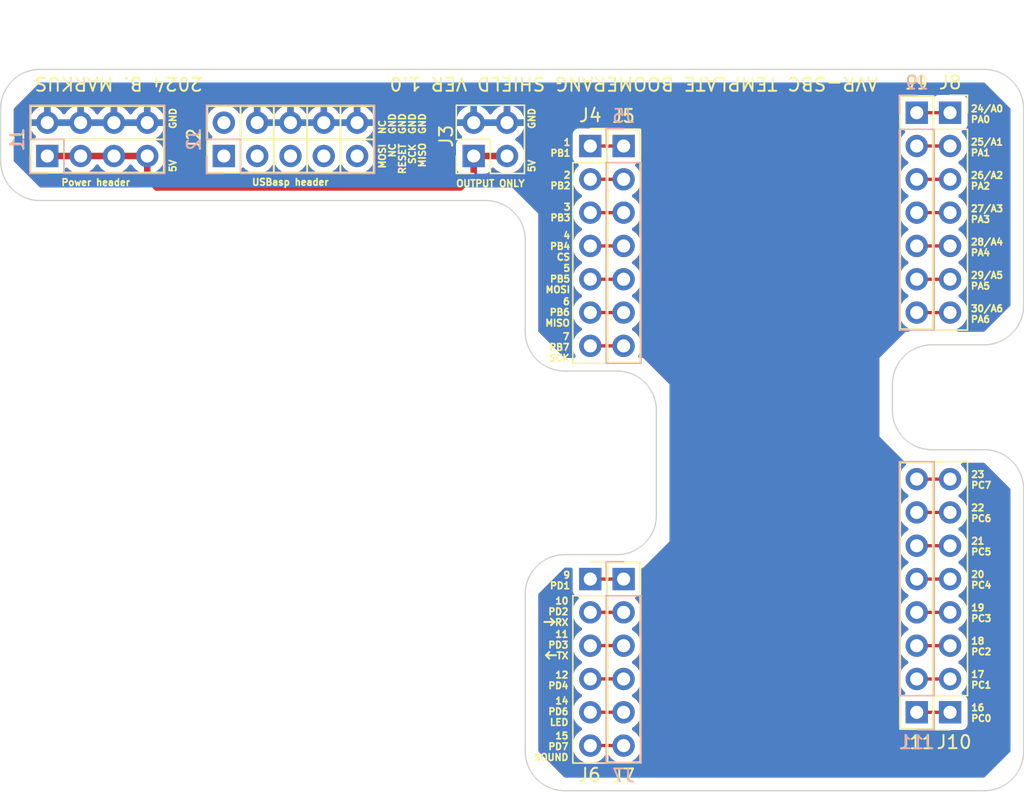
<source format=kicad_pcb>
(kicad_pcb (version 20221018) (generator pcbnew)
  (title_block (title "ATMEGA1284P Single Board Computer") (date "2024-03-07") (rev "v0.1"))
  (layers (0 "F.Cu" signal) (31 "B.Cu" signal) (34 "B.Paste" user) (35 "F.Paste" user) (36 "B.SilkS" user "B.Silkscreen") (37 "F.SilkS" user "F.Silkscreen") (38 "B.Mask" user) (39 "F.Mask" user) (44 "Edge.Cuts" user))
  (net 0 "")
  (net 2 "GND")
  (net 4 "+5V")
  (net 5 "Net-(J6-Pin_1)")
  (net 6 "Net-(J6-Pin_2)")
  (net 7 "Net-(J6-Pin_3)")
  (net 8 "Net-(J6-Pin_4)")
  (net 9 "Net-(J6-Pin_5)")
  (net 10 "Net-(J6-Pin_6)")
  (net 11 "Net-(J4-Pin_1)")
  (net 12 "Net-(J4-Pin_2)")
  (net 13 "Net-(J4-Pin_3)")
  (net 14 "Net-(J8-Pin_1)")
  (net 15 "Net-(J8-Pin_2)")
  (net 16 "Net-(J8-Pin_3)")
  (net 17 "Net-(J8-Pin_4)")
  (net 18 "Net-(J8-Pin_5)")
  (net 19 "Net-(J8-Pin_6)")
  (net 20 "Net-(J8-Pin_7)")
  (net 21 "Net-(J10-Pin_7)")
  (net 22 "Net-(J10-Pin_8)")
  (net 23 "Net-(J4-Pin_4)")
  (net 24 "Net-(J4-Pin_5)")
  (net 25 "Net-(J4-Pin_6)")
  (net 26 "Net-(J4-Pin_7)")
  (net 27 "Net-(J10-Pin_1)")
  (net 28 "Net-(J10-Pin_2)")
  (net 29 "Net-(J10-Pin_3)")
  (net 30 "Net-(J10-Pin_4)")
  (net 31 "Net-(J10-Pin_5)")
  (net 32 "Net-(J10-Pin_6)")
  (footprint "Connector_PinSocket_2.54mm:PinSocket_1x07_P2.54mm_Vertical" (layer "F.Cu") (at 88.392 3.302)
    (fp_text reference "J8" (at 0.008 -2.302) (layer "F.SilkS"))
    (fp_text value "Pin Socket A")
    (fp_line (start -1.33 1.27) (end -1.33 16.57) (stroke (width 0.12)) (layer "F.SilkS"))
    (fp_line (start -1.33 1.27) (end 1.33 1.27) (stroke (width 0.12)) (layer "F.SilkS"))
    (fp_line (start -1.33 16.57) (end 1.33 16.57) (stroke (width 0.12)) (layer "F.SilkS"))
    (fp_line (start 0 -1.33) (end 1.33 -1.33) (stroke (width 0.12)) (layer "F.SilkS"))
    (fp_line (start 1.33 -1.33) (end 1.33 0) (stroke (width 0.12)) (layer "F.SilkS"))
    (fp_line (start 1.33 1.27) (end 1.33 16.57) (stroke (width 0.12)) (layer "F.SilkS"))
    (pad "1" thru_hole rect (at 0 0) (size 1.7 1.7) (drill 1) (layers "*.Cu" "*.Mask") (net 14 "Net-(J8-Pin_1)"))
    (pad "2" thru_hole oval (at 0 2.54) (size 1.7 1.7) (drill 1) (layers "*.Cu" "*.Mask") (net 15 "Net-(J8-Pin_2)"))
    (pad "3" thru_hole oval (at 0 5.08) (size 1.7 1.7) (drill 1) (layers "*.Cu" "*.Mask") (net 16 "Net-(J8-Pin_3)"))
    (pad "4" thru_hole oval (at 0 7.62) (size 1.7 1.7) (drill 1) (layers "*.Cu" "*.Mask") (net 17 "Net-(J8-Pin_4)"))
    (pad "5" thru_hole oval (at 0 10.16) (size 1.7 1.7) (drill 1) (layers "*.Cu" "*.Mask") (net 18 "Net-(J8-Pin_5)"))
    (pad "6" thru_hole oval (at 0 12.7) (size 1.7 1.7) (drill 1) (layers "*.Cu" "*.Mask") (net 19 "Net-(J8-Pin_6)"))
    (pad "7" thru_hole oval (at 0 15.24) (size 1.7 1.7) (drill 1) (layers "*.Cu" "*.Mask") (net 20 "Net-(J8-Pin_7)"))
  )
  (footprint "Connector_PinSocket_2.54mm:PinSocket_1x07_P2.54mm_Vertical" (layer "F.Cu") (at 60.96 5.842)
    (fp_text reference "J4" (at 0 -2.3368) (layer "F.SilkS"))
    (fp_text value "Pin Socket B")
    (fp_line (start -1.33 1.27) (end -1.33 16.57) (stroke (width 0.12)) (layer "F.SilkS"))
    (fp_line (start -1.33 1.27) (end 1.33 1.27) (stroke (width 0.12)) (layer "F.SilkS"))
    (fp_line (start -1.33 16.57) (end 1.33 16.57) (stroke (width 0.12)) (layer "F.SilkS"))
    (fp_line (start 0 -1.33) (end 1.33 -1.33) (stroke (width 0.12)) (layer "F.SilkS"))
    (fp_line (start 1.33 -1.33) (end 1.33 0) (stroke (width 0.12)) (layer "F.SilkS"))
    (fp_line (start 1.33 1.27) (end 1.33 16.57) (stroke (width 0.12)) (layer "F.SilkS"))
    (pad "1" thru_hole rect (at 0 0) (size 1.7 1.7) (drill 1) (layers "*.Cu" "*.Mask") (net 11 "Net-(J4-Pin_1)"))
    (pad "2" thru_hole oval (at 0 2.54) (size 1.7 1.7) (drill 1) (layers "*.Cu" "*.Mask") (net 12 "Net-(J4-Pin_2)"))
    (pad "3" thru_hole oval (at 0 5.08) (size 1.7 1.7) (drill 1) (layers "*.Cu" "*.Mask") (net 13 "Net-(J4-Pin_3)"))
    (pad "4" thru_hole oval (at 0 7.62) (size 1.7 1.7) (drill 1) (layers "*.Cu" "*.Mask") (net 23 "Net-(J4-Pin_4)"))
    (pad "5" thru_hole oval (at 0 10.16) (size 1.7 1.7) (drill 1) (layers "*.Cu" "*.Mask") (net 24 "Net-(J4-Pin_5)"))
    (pad "6" thru_hole oval (at 0 12.7) (size 1.7 1.7) (drill 1) (layers "*.Cu" "*.Mask") (net 25 "Net-(J4-Pin_6)"))
    (pad "7" thru_hole oval (at 0 15.24) (size 1.7 1.7) (drill 1) (layers "*.Cu" "*.Mask") (net 26 "Net-(J4-Pin_7)"))
  )
  (footprint "Connector_PinSocket_2.54mm:PinSocket_1x06_P2.54mm_Vertical" (layer "F.Cu") (at 60.96 38.862)
    (fp_text reference "J6" (at -0.06 14.938) (layer "F.SilkS"))
    (fp_text value "Pin Socket D")
    (fp_line (start -1.33 1.27) (end -1.33 14.03) (stroke (width 0.12)) (layer "F.SilkS"))
    (fp_line (start -1.33 1.27) (end 1.33 1.27) (stroke (width 0.12)) (layer "F.SilkS"))
    (fp_line (start -1.33 14.03) (end 1.33 14.03) (stroke (width 0.12)) (layer "F.SilkS"))
    (fp_line (start 0 -1.33) (end 1.33 -1.33) (stroke (width 0.12)) (layer "F.SilkS"))
    (fp_line (start 1.33 -1.33) (end 1.33 0) (stroke (width 0.12)) (layer "F.SilkS"))
    (fp_line (start 1.33 1.27) (end 1.33 14.03) (stroke (width 0.12)) (layer "F.SilkS"))
    (pad "1" thru_hole rect (at 0 0) (size 1.7 1.7) (drill 1) (layers "*.Cu" "*.Mask") (net 5 "Net-(J6-Pin_1)"))
    (pad "2" thru_hole oval (at 0 2.54) (size 1.7 1.7) (drill 1) (layers "*.Cu" "*.Mask") (net 6 "Net-(J6-Pin_2)"))
    (pad "3" thru_hole oval (at 0 5.08) (size 1.7 1.7) (drill 1) (layers "*.Cu" "*.Mask") (net 7 "Net-(J6-Pin_3)"))
    (pad "4" thru_hole oval (at 0 7.62) (size 1.7 1.7) (drill 1) (layers "*.Cu" "*.Mask") (net 8 "Net-(J6-Pin_4)"))
    (pad "5" thru_hole oval (at 0 10.16) (size 1.7 1.7) (drill 1) (layers "*.Cu" "*.Mask") (net 9 "Net-(J6-Pin_5)"))
    (pad "6" thru_hole oval (at 0 12.7) (size 1.7 1.7) (drill 1) (layers "*.Cu" "*.Mask") (net 10 "Net-(J6-Pin_6)"))
  )
  (footprint "Connector_PinSocket_2.54mm:PinSocket_1x08_P2.54mm_Vertical" (layer "F.Cu") (at 88.392 49.022 180)
    (fp_text reference "J10" (at -0.308 -2.278) (layer "F.SilkS"))
    (fp_text value "Pin Socket C")
    (fp_line (start -1.33 1.27) (end -1.33 19.11) (stroke (width 0.12)) (layer "F.SilkS"))
    (fp_line (start -1.33 1.27) (end 1.33 1.27) (stroke (width 0.12)) (layer "F.SilkS"))
    (fp_line (start -1.33 19.11) (end 1.33 19.11) (stroke (width 0.12)) (layer "F.SilkS"))
    (fp_line (start 0 -1.33) (end 1.33 -1.33) (stroke (width 0.12)) (layer "F.SilkS"))
    (fp_line (start 1.33 -1.33) (end 1.33 0) (stroke (width 0.12)) (layer "F.SilkS"))
    (fp_line (start 1.33 1.27) (end 1.33 19.11) (stroke (width 0.12)) (layer "F.SilkS"))
    (pad "1" thru_hole rect (at 0 0 180) (size 1.7 1.7) (drill 1) (layers "*.Cu" "*.Mask") (net 27 "Net-(J10-Pin_1)"))
    (pad "2" thru_hole oval (at 0 2.54 180) (size 1.7 1.7) (drill 1) (layers "*.Cu" "*.Mask") (net 28 "Net-(J10-Pin_2)"))
    (pad "3" thru_hole oval (at 0 5.08 180) (size 1.7 1.7) (drill 1) (layers "*.Cu" "*.Mask") (net 29 "Net-(J10-Pin_3)"))
    (pad "4" thru_hole oval (at 0 7.62 180) (size 1.7 1.7) (drill 1) (layers "*.Cu" "*.Mask") (net 30 "Net-(J10-Pin_4)"))
    (pad "5" thru_hole oval (at 0 10.16 180) (size 1.7 1.7) (drill 1) (layers "*.Cu" "*.Mask") (net 31 "Net-(J10-Pin_5)"))
    (pad "6" thru_hole oval (at 0 12.7 180) (size 1.7 1.7) (drill 1) (layers "*.Cu" "*.Mask") (net 32 "Net-(J10-Pin_6)"))
    (pad "7" thru_hole oval (at 0 15.24 180) (size 1.7 1.7) (drill 1) (layers "*.Cu" "*.Mask") (net 21 "Net-(J10-Pin_7)"))
    (pad "8" thru_hole oval (at 0 17.78 180) (size 1.7 1.7) (drill 1) (layers "*.Cu" "*.Mask") (net 22 "Net-(J10-Pin_8)"))
  )
  (footprint "Connector_PinSocket_2.54mm:PinSocket_2x02_P2.54mm_Vertical" (layer "F.Cu") (at 52.07 6.604 180)
    (fp_text reference "J3" (at 2.1 1.509 90) (layer "F.SilkS"))
    (fp_text value "Power output")
    (fp_line (start -3.87 -1.33) (end -3.87 3.87) (stroke (width 0.12)) (layer "F.SilkS"))
    (fp_line (start -3.87 -1.33) (end -1.27 -1.33) (stroke (width 0.12)) (layer "F.SilkS"))
    (fp_line (start -3.87 3.87) (end 1.33 3.87) (stroke (width 0.12)) (layer "F.SilkS"))
    (fp_line (start -1.27 -1.33) (end -1.27 1.27) (stroke (width 0.12)) (layer "F.SilkS"))
    (fp_line (start -1.27 1.27) (end 1.33 1.27) (stroke (width 0.12)) (layer "F.SilkS"))
    (fp_line (start 0 -1.33) (end 1.33 -1.33) (stroke (width 0.12)) (layer "F.SilkS"))
    (fp_line (start 1.33 -1.33) (end 1.33 0) (stroke (width 0.12)) (layer "F.SilkS"))
    (fp_line (start 1.33 1.27) (end 1.33 3.87) (stroke (width 0.12)) (layer "F.SilkS"))
    (pad "1" thru_hole rect (at 0 0 180) (size 1.7 1.7) (drill 1) (layers "*.Cu" "*.Mask") (net 4 "+5V"))
    (pad "2" thru_hole oval (at -2.54 0 180) (size 1.7 1.7) (drill 1) (layers "*.Cu" "*.Mask") (net 4 "+5V"))
    (pad "3" thru_hole oval (at 0 2.54 180) (size 1.7 1.7) (drill 1) (layers "*.Cu" "*.Mask") (net 2 "GND"))
    (pad "4" thru_hole oval (at -2.54 2.54 180) (size 1.7 1.7) (drill 1) (layers "*.Cu" "*.Mask") (net 2 "GND"))
  )
  (footprint "Connector_PinSocket_2.54mm:PinSocket_1x06_P2.54mm_Vertical" (layer "B.Cu") (at 63.5 38.862 180)
    (fp_text reference "J7" (at 0 -14.986) (layer "B.SilkS") (effects (justify mirror)))
    (fp_text value "Port D")
    (fp_line (start -1.33 -14.03) (end 1.33 -14.03) (stroke (width 0.12)) (layer "B.SilkS"))
    (fp_line (start -1.33 -1.27) (end -1.33 -14.03) (stroke (width 0.12)) (layer "B.SilkS"))
    (fp_line (start -1.33 -1.27) (end 1.33 -1.27) (stroke (width 0.12)) (layer "B.SilkS"))
    (fp_line (start 0 1.33) (end 1.33 1.33) (stroke (width 0.12)) (layer "B.SilkS"))
    (fp_line (start 1.33 -1.27) (end 1.33 -14.03) (stroke (width 0.12)) (layer "B.SilkS"))
    (fp_line (start 1.33 1.33) (end 1.33 0) (stroke (width 0.12)) (layer "B.SilkS"))
    (pad "1" thru_hole rect (at 0 0 180) (size 1.7 1.7) (drill 1) (layers "*.Cu" "*.Mask") (net 5 "Net-(J6-Pin_1)"))
    (pad "2" thru_hole oval (at 0 -2.54 180) (size 1.7 1.7) (drill 1) (layers "*.Cu" "*.Mask") (net 6 "Net-(J6-Pin_2)"))
    (pad "3" thru_hole oval (at 0 -5.08 180) (size 1.7 1.7) (drill 1) (layers "*.Cu" "*.Mask") (net 7 "Net-(J6-Pin_3)"))
    (pad "4" thru_hole oval (at 0 -7.62 180) (size 1.7 1.7) (drill 1) (layers "*.Cu" "*.Mask") (net 8 "Net-(J6-Pin_4)"))
    (pad "5" thru_hole oval (at 0 -10.16 180) (size 1.7 1.7) (drill 1) (layers "*.Cu" "*.Mask") (net 9 "Net-(J6-Pin_5)"))
    (pad "6" thru_hole oval (at 0 -12.7 180) (size 1.7 1.7) (drill 1) (layers "*.Cu" "*.Mask") (net 10 "Net-(J6-Pin_6)"))
  )
  (footprint "Connector_PinSocket_2.54mm:PinSocket_1x08_P2.54mm_Vertical" (layer "B.Cu") (at 85.852 49.022)
    (fp_text reference "J11" (at 0 2.286 180) (layer "B.SilkS") (effects (justify mirror)))
    (fp_text value "Port C")
    (fp_line (start -1.33 -19.11) (end 1.33 -19.11) (stroke (width 0.12)) (layer "B.SilkS"))
    (fp_line (start -1.33 -1.27) (end -1.33 -19.11) (stroke (width 0.12)) (layer "B.SilkS"))
    (fp_line (start -1.33 -1.27) (end 1.33 -1.27) (stroke (width 0.12)) (layer "B.SilkS"))
    (fp_line (start 0 1.33) (end 1.33 1.33) (stroke (width 0.12)) (layer "B.SilkS"))
    (fp_line (start 1.33 -1.27) (end 1.33 -19.11) (stroke (width 0.12)) (layer "B.SilkS"))
    (fp_line (start 1.33 1.33) (end 1.33 0) (stroke (width 0.12)) (layer "B.SilkS"))
    (pad "1" thru_hole rect (at 0 0) (size 1.7 1.7) (drill 1) (layers "*.Cu" "*.Mask") (net 27 "Net-(J10-Pin_1)"))
    (pad "2" thru_hole oval (at 0 -2.54) (size 1.7 1.7) (drill 1) (layers "*.Cu" "*.Mask") (net 28 "Net-(J10-Pin_2)"))
    (pad "3" thru_hole oval (at 0 -5.08) (size 1.7 1.7) (drill 1) (layers "*.Cu" "*.Mask") (net 29 "Net-(J10-Pin_3)"))
    (pad "4" thru_hole oval (at 0 -7.62) (size 1.7 1.7) (drill 1) (layers "*.Cu" "*.Mask") (net 30 "Net-(J10-Pin_4)"))
    (pad "5" thru_hole oval (at 0 -10.16) (size 1.7 1.7) (drill 1) (layers "*.Cu" "*.Mask") (net 31 "Net-(J10-Pin_5)"))
    (pad "6" thru_hole oval (at 0 -12.7) (size 1.7 1.7) (drill 1) (layers "*.Cu" "*.Mask") (net 32 "Net-(J10-Pin_6)"))
    (pad "7" thru_hole oval (at 0 -15.24) (size 1.7 1.7) (drill 1) (layers "*.Cu" "*.Mask") (net 21 "Net-(J10-Pin_7)"))
    (pad "8" thru_hole oval (at 0 -17.78) (size 1.7 1.7) (drill 1) (layers "*.Cu" "*.Mask") (net 22 "Net-(J10-Pin_8)"))
  )
  (footprint "Connector_PinSocket_2.54mm:PinSocket_1x07_P2.54mm_Vertical" (layer "B.Cu") (at 63.5 5.842 180)
    (fp_text reference "J5" (at 0 2.286) (layer "B.SilkS") (effects (justify mirror)))
    (fp_text value "Port B")
    (fp_line (start -1.33 -16.57) (end 1.33 -16.57) (stroke (width 0.12)) (layer "B.SilkS"))
    (fp_line (start -1.33 -1.27) (end -1.33 -16.57) (stroke (width 0.12)) (layer "B.SilkS"))
    (fp_line (start -1.33 -1.27) (end 1.33 -1.27) (stroke (width 0.12)) (layer "B.SilkS"))
    (fp_line (start 0 1.33) (end 1.33 1.33) (stroke (width 0.12)) (layer "B.SilkS"))
    (fp_line (start 1.33 -1.27) (end 1.33 -16.57) (stroke (width 0.12)) (layer "B.SilkS"))
    (fp_line (start 1.33 1.33) (end 1.33 0) (stroke (width 0.12)) (layer "B.SilkS"))
    (pad "1" thru_hole rect (at 0 0 180) (size 1.7 1.7) (drill 1) (layers "*.Cu" "*.Mask") (net 11 "Net-(J4-Pin_1)"))
    (pad "2" thru_hole oval (at 0 -2.54 180) (size 1.7 1.7) (drill 1) (layers "*.Cu" "*.Mask") (net 12 "Net-(J4-Pin_2)"))
    (pad "3" thru_hole oval (at 0 -5.08 180) (size 1.7 1.7) (drill 1) (layers "*.Cu" "*.Mask") (net 13 "Net-(J4-Pin_3)"))
    (pad "4" thru_hole oval (at 0 -7.62 180) (size 1.7 1.7) (drill 1) (layers "*.Cu" "*.Mask") (net 23 "Net-(J4-Pin_4)"))
    (pad "5" thru_hole oval (at 0 -10.16 180) (size 1.7 1.7) (drill 1) (layers "*.Cu" "*.Mask") (net 24 "Net-(J4-Pin_5)"))
    (pad "6" thru_hole oval (at 0 -12.7 180) (size 1.7 1.7) (drill 1) (layers "*.Cu" "*.Mask") (net 25 "Net-(J4-Pin_6)"))
    (pad "7" thru_hole oval (at 0 -15.24 180) (size 1.7 1.7) (drill 1) (layers "*.Cu" "*.Mask") (net 26 "Net-(J4-Pin_7)"))
  )
  (footprint "Connector_PinSocket_2.54mm:PinSocket_2x04_P2.54mm_Vertical" (layer "B.Cu") (at 19.558 6.604 -90)
    (fp_text reference "J1" (at -1.27 2.286 90) (layer "B.SilkS") (effects (justify mirror)))
    (fp_text value "Power connector to board")
    (fp_line (start -3.87 -8.95) (end 1.33 -8.95) (stroke (width 0.12)) (layer "B.SilkS"))
    (fp_line (start -3.87 1.33) (end -3.87 -8.95) (stroke (width 0.12)) (layer "B.SilkS"))
    (fp_line (start -3.87 1.33) (end -1.27 1.33) (stroke (width 0.12)) (layer "B.SilkS"))
    (fp_line (start -1.27 -1.27) (end 1.33 -1.27) (stroke (width 0.12)) (layer "B.SilkS"))
    (fp_line (start -1.27 1.33) (end -1.27 -1.27) (stroke (width 0.12)) (layer "B.SilkS"))
    (fp_line (start 0 1.33) (end 1.33 1.33) (stroke (width 0.12)) (layer "B.SilkS"))
    (fp_line (start 1.33 -1.27) (end 1.33 -8.95) (stroke (width 0.12)) (layer "B.SilkS"))
    (fp_line (start 1.33 1.33) (end 1.33 0) (stroke (width 0.12)) (layer "B.SilkS"))
    (pad "1" thru_hole rect (at 0 0 270) (size 1.7 1.7) (drill 1) (layers "*.Cu" "*.Mask") (net 4 "+5V"))
    (pad "2" thru_hole oval (at -2.54 0 270) (size 1.7 1.7) (drill 1) (layers "*.Cu" "*.Mask") (net 2 "GND"))
    (pad "3" thru_hole oval (at 0 -2.54 270) (size 1.7 1.7) (drill 1) (layers "*.Cu" "*.Mask") (net 4 "+5V"))
    (pad "4" thru_hole oval (at -2.54 -2.54 270) (size 1.7 1.7) (drill 1) (layers "*.Cu" "*.Mask") (net 2 "GND"))
    (pad "5" thru_hole oval (at 0 -5.08 270) (size 1.7 1.7) (drill 1) (layers "*.Cu" "*.Mask") (net 4 "+5V"))
    (pad "6" thru_hole oval (at -2.54 -5.08 270) (size 1.7 1.7) (drill 1) (layers "*.Cu" "*.Mask") (net 2 "GND"))
    (pad "7" thru_hole oval (at 0 -7.62 270) (size 1.7 1.7) (drill 1) (layers "*.Cu" "*.Mask") (net 4 "+5V"))
    (pad "8" thru_hole oval (at -2.54 -7.62 270) (size 1.7 1.7) (drill 1) (layers "*.Cu" "*.Mask") (net 2 "GND"))
  )
  (footprint "Connector_PinSocket_2.54mm:PinSocket_1x07_P2.54mm_Vertical" (layer "B.Cu") (at 85.852 3.302 180)
    (fp_text reference "J9" (at 0 2.286) (layer "B.SilkS") (effects (justify mirror)))
    (fp_text value "Port A")
    (fp_line (start -1.33 -16.57) (end 1.33 -16.57) (stroke (width 0.12)) (layer "B.SilkS"))
    (fp_line (start -1.33 -1.27) (end -1.33 -16.57) (stroke (width 0.12)) (layer "B.SilkS"))
    (fp_line (start -1.33 -1.27) (end 1.33 -1.27) (stroke (width 0.12)) (layer "B.SilkS"))
    (fp_line (start 0 1.33) (end 1.33 1.33) (stroke (width 0.12)) (layer "B.SilkS"))
    (fp_line (start 1.33 -1.27) (end 1.33 -16.57) (stroke (width 0.12)) (layer "B.SilkS"))
    (fp_line (start 1.33 1.33) (end 1.33 0) (stroke (width 0.12)) (layer "B.SilkS"))
    (pad "1" thru_hole rect (at 0 0 180) (size 1.7 1.7) (drill 1) (layers "*.Cu" "*.Mask") (net 14 "Net-(J8-Pin_1)"))
    (pad "2" thru_hole oval (at 0 -2.54 180) (size 1.7 1.7) (drill 1) (layers "*.Cu" "*.Mask") (net 15 "Net-(J8-Pin_2)"))
    (pad "3" thru_hole oval (at 0 -5.08 180) (size 1.7 1.7) (drill 1) (layers "*.Cu" "*.Mask") (net 16 "Net-(J8-Pin_3)"))
    (pad "4" thru_hole oval (at 0 -7.62 180) (size 1.7 1.7) (drill 1) (layers "*.Cu" "*.Mask") (net 17 "Net-(J8-Pin_4)"))
    (pad "5" thru_hole oval (at 0 -10.16 180) (size 1.7 1.7) (drill 1) (layers "*.Cu" "*.Mask") (net 18 "Net-(J8-Pin_5)"))
    (pad "6" thru_hole oval (at 0 -12.7 180) (size 1.7 1.7) (drill 1) (layers "*.Cu" "*.Mask") (net 19 "Net-(J8-Pin_6)"))
    (pad "7" thru_hole oval (at 0 -15.24 180) (size 1.7 1.7) (drill 1) (layers "*.Cu" "*.Mask") (net 20 "Net-(J8-Pin_7)"))
  )
  (footprint "Connector_PinSocket_2.54mm:PinSocket_2x05_P2.54mm_Vertical" (layer "B.Cu") (at 33.02 6.604 -90)
    (fp_text reference "J2" (at -1.27 2.286 90) (layer "B.SilkS") (effects (justify mirror)))
    (fp_text value "USBasp connector to board")
    (fp_line (start -3.87 -11.49) (end 1.33 -11.49) (stroke (width 0.12)) (layer "B.SilkS"))
    (fp_line (start -3.87 1.33) (end -3.87 -11.49) (stroke (width 0.12)) (layer "B.SilkS"))
    (fp_line (start -3.87 1.33) (end -1.27 1.33) (stroke (width 0.12)) (layer "B.SilkS"))
    (fp_line (start -1.27 -1.27) (end 1.33 -1.27) (stroke (width 0.12)) (layer "B.SilkS"))
    (fp_line (start -1.27 1.33) (end -1.27 -1.27) (stroke (width 0.12)) (layer "B.SilkS"))
    (fp_line (start 0 1.33) (end 1.33 1.33) (stroke (width 0.12)) (layer "B.SilkS"))
    (fp_line (start 1.33 -1.27) (end 1.33 -11.49) (stroke (width 0.12)) (layer "B.SilkS"))
    (fp_line (start 1.33 1.33) (end 1.33 0) (stroke (width 0.12)) (layer "B.SilkS"))
    (pad "1" thru_hole rect (at 0 0 270) (size 1.7 1.7) (drill 1) (layers "*.Cu" "*.Mask"))
    (pad "2" thru_hole oval (at -2.54 0 270) (size 1.7 1.7) (drill 1) (layers "*.Cu" "*.Mask"))
    (pad "3" thru_hole oval (at 0 -2.54 270) (size 1.7 1.7) (drill 1) (layers "*.Cu" "*.Mask"))
    (pad "4" thru_hole oval (at -2.54 -2.54 270) (size 1.7 1.7) (drill 1) (layers "*.Cu" "*.Mask") (net 2 "GND"))
    (pad "5" thru_hole oval (at 0 -5.08 270) (size 1.7 1.7) (drill 1) (layers "*.Cu" "*.Mask"))
    (pad "6" thru_hole oval (at -2.54 -5.08 270) (size 1.7 1.7) (drill 1) (layers "*.Cu" "*.Mask") (net 2 "GND"))
    (pad "7" thru_hole oval (at 0 -7.62 270) (size 1.7 1.7) (drill 1) (layers "*.Cu" "*.Mask"))
    (pad "8" thru_hole oval (at -2.54 -7.62 270) (size 1.7 1.7) (drill 1) (layers "*.Cu" "*.Mask") (net 2 "GND"))
    (pad "9" thru_hole oval (at 0 -10.16 270) (size 1.7 1.7) (drill 1) (layers "*.Cu" "*.Mask"))
    (pad "10" thru_hole oval (at -2.54 -10.16 270) (size 1.7 1.7) (drill 1) (layers "*.Cu" "*.Mask") (net 2 "GND"))
  )
  (gr_rect (start 18.288 2.794) (end 28.448 7.874) (stroke (width 0.15)) (fill none) (layer "F.SilkS"))
  (gr_line (start 34.29 2.794) (end 34.29 7.874) (stroke (width 0.15)) (layer "F.SilkS"))
  (gr_rect (start 84.582 2.032) (end 87.122 19.812) (stroke (width 0.15)) (fill none) (layer "F.SilkS"))
  (gr_rect (start 84.582 29.972) (end 87.122 50.292) (stroke (width 0.15)) (fill none) (layer "F.SilkS"))
  (gr_line (start 58.3418 44.6728) (end 57.5798 44.6728) (stroke (width 0.15)) (layer "F.SilkS"))
  (gr_line (start 57.8338 44.9268) (end 57.5798 44.6728) (stroke (width 0.15)) (layer "F.SilkS"))
  (gr_rect (start 62.23 4.572) (end 64.77 22.352) (stroke (width 0.15)) (fill none) (layer "F.SilkS"))
  (gr_line (start 39.37 2.794) (end 39.37 7.874) (stroke (width 0.15)) (layer "F.SilkS"))
  (gr_line (start 28.448 5.334) (end 18.288 5.334) (stroke (width 0.15)) (layer "F.SilkS"))
  (gr_rect (start 62.23 37.592) (end 64.77 52.832) (stroke (width 0.15)) (fill none) (layer "F.SilkS"))
  (gr_line (start 57.5798 44.6728) (end 57.8338 44.4188) (stroke (width 0.15)) (layer "F.SilkS"))
  (gr_rect (start 31.75 2.794) (end 44.45 7.874) (stroke (width 0.15)) (fill none) (layer "F.SilkS"))
  (gr_line (start 57.9608 41.8788) (end 58.2148 42.1328) (stroke (width 0.15)) (layer "F.SilkS"))
  (gr_line (start 36.83 2.794) (end 36.83 7.874) (stroke (width 0.15)) (layer "F.SilkS"))
  (gr_line (start 58.2148 42.1328) (end 57.9608 42.3868) (stroke (width 0.15)) (layer "F.SilkS"))
  (gr_line (start 31.75 5.334) (end 44.45 5.334) (stroke (width 0.15)) (layer "F.SilkS"))
  (gr_line (start 41.91 2.794) (end 41.91 7.874) (stroke (width 0.15)) (layer "F.SilkS"))
  (gr_line (start 57.4528 42.1328) (end 58.2148 42.1328) (stroke (width 0.15)) (layer "F.SilkS"))
  (gr_line (start 53.000001 9.999999) (end 18.999999 10.000001) (stroke (width 0.1)) (layer "Edge.Cuts"))
  (gr_line (start 63 37) (end 59 37) (stroke (width 0.1)) (layer "Edge.Cuts"))
  (gr_line (start 94.000001 31.999999) (end 94.000001 52.000001) (stroke (width 0.1)) (layer "Edge.Cuts"))
  (gr_arc (start 53.000001 9.999999) (mid 55.121321 10.878679) (end 56.000001 12.999999) (stroke (width 0.1)) (layer "Edge.Cuts"))
  (gr_arc (start 18.999999 10.000001) (mid 16.878679 9.121321) (end 15.999999 7.000001) (stroke (width 0.1)) (layer "Edge.Cuts"))
  (gr_arc (start 91.000001 -0.000001) (mid 93.121321 0.878679) (end 94.000001 2.999999) (stroke (width 0.1)) (layer "Edge.Cuts"))
  (gr_arc (start 66 34) (mid 65.12132 36.12132) (end 63 37) (stroke (width 0.1)) (layer "Edge.Cuts"))
  (gr_arc (start 84 24) (mid 84.87868 21.87868) (end 87 21) (stroke (width 0.1)) (layer "Edge.Cuts"))
  (gr_arc (start 86.999999 29.000001) (mid 84.878679 28.121321) (end 83.999999 26.000001) (stroke (width 0.1)) (layer "Edge.Cuts"))
  (gr_arc (start 58.999999 23.000001) (mid 56.878679 22.121321) (end 55.999999 20.000001) (stroke (width 0.1)) (layer "Edge.Cuts"))
  (gr_arc (start 58.999999 55.000001) (mid 56.878679 54.121321) (end 55.999999 52.000001) (stroke (width 0.1)) (layer "Edge.Cuts"))
  (gr_arc (start 94.000001 52.000001) (mid 93.121321 54.121321) (end 91.000001 55.000001) (stroke (width 0.1)) (layer "Edge.Cuts"))
  (gr_line (start 56 20) (end 56.000001 12.999999) (stroke (width 0.1)) (layer "Edge.Cuts"))
  (gr_line (start 15.999999 7.000001) (end 16 3) (stroke (width 0.1)) (layer "Edge.Cuts"))
  (gr_arc (start 16 3) (mid 16.87868 0.87868) (end 19 0) (stroke (width 0.1)) (layer "Edge.Cuts"))
  (gr_line (start 94.000001 18.000001) (end 94.000001 2.999999) (stroke (width 0.1)) (layer "Edge.Cuts"))
  (gr_line (start 91.000001 -0.000001) (end 19 0) (stroke (width 0.1)) (layer "Edge.Cuts"))
  (gr_line (start 91.000001 28.999999) (end 86.999999 29.000001) (stroke (width 0.1)) (layer "Edge.Cuts"))
  (gr_arc (start 56 40) (mid 56.87868 37.87868) (end 59 37) (stroke (width 0.1)) (layer "Edge.Cuts"))
  (gr_line (start 63.000001 22.999999) (end 58.999999 23.000001) (stroke (width 0.1)) (layer "Edge.Cuts"))
  (gr_arc (start 91.000001 28.999999) (mid 93.121321 29.878679) (end 94.000001 31.999999) (stroke (width 0.1)) (layer "Edge.Cuts"))
  (gr_arc (start 94.000001 18.000001) (mid 93.121321 20.121321) (end 91.000001 21.000001) (stroke (width 0.1)) (layer "Edge.Cuts"))
  (gr_arc (start 63.000001 22.999999) (mid 65.121321 23.878679) (end 66.000001 25.999999) (stroke (width 0.1)) (layer "Edge.Cuts"))
  (gr_line (start 91.000002 55) (end 59 55) (stroke (width 0.1)) (layer "Edge.Cuts"))
  (gr_line (start 55.999999 52.000001) (end 56 40) (stroke (width 0.1)) (layer "Edge.Cuts"))
  (gr_line (start 83.999999 26.000001) (end 84 24) (stroke (width 0.1)) (layer "Edge.Cuts"))
  (gr_line (start 87 21) (end 91.000001 21.000001) (stroke (width 0.1)) (layer "Edge.Cuts"))
  (gr_line (start 66.000001 25.999999) (end 66 34) (stroke (width 0.1)) (layer "Edge.Cuts"))
  (gr_text "2\nPB2" (at 59.5156 9.1694) (layer "F.SilkS") (effects (font (size 0.508 0.508) (thickness 0.127)) (justify right bottom)))
  (gr_text "GND" (at 48.448 5 90) (layer "F.SilkS") (effects (font (size 0.508 0.508) (thickness 0.127)) (justify left bottom)))
  (gr_text "NC" (at 45.4 5 90) (layer "F.SilkS") (effects (font (size 0.508 0.508) (thickness 0.127)) (justify left bottom)))
  (gr_text "27/A3\nPA3" (at 89.914 11.734) (layer "F.SilkS") (effects (font (size 0.508 0.508) (thickness 0.127)) (justify left bottom)))
  (gr_text "MOSI" (at 45.4 7.6212 90) (layer "F.SilkS") (effects (font (size 0.508 0.508) (thickness 0.127)) (justify left bottom)))
  (gr_text "GND" (at 46.924 5 90) (layer "F.SilkS") (effects (font (size 0.508 0.508) (thickness 0.127)) (justify left bottom)))
  (gr_text "J1" (at 17.272 5.334 90) (layer "F.SilkS") (effects (font (size 1 1))))
  (gr_text "J11" (at 85.852 51.308) (layer "F.SilkS") (effects (font (size 1 1))))
  (gr_text "26/A2\nPA2" (at 89.914 9.194) (layer "F.SilkS") (effects (font (size 0.508 0.508) (thickness 0.127)) (justify left bottom)))
  (gr_text "15\nPD7\nSOUND" (at 59.3578 52.75) (layer "F.SilkS") (effects (font (size 0.508 0.508) (thickness 0.127)) (justify right bottom)))
  (gr_text "GND" (at 29.432 4.5966 90) (layer "F.SilkS") (effects (font (size 0.508 0.508) (thickness 0.127)) (justify left bottom)))
  (gr_text "USBasp header" (at 35.102 8.895) (layer "F.SilkS") (effects (font (size 0.508 0.508) (thickness 0.127)) (justify left bottom)))
  (gr_text "GND" (at 56.8 4.6 90) (layer "F.SilkS") (effects (font (size 0.508 0.508) (thickness 0.127)) (justify left bottom)))
  (gr_text "30/A6\nPA6" (at 89.914 19.354) (layer "F.SilkS") (effects (font (size 0.508 0.508) (thickness 0.127)) (justify left bottom)))
  (gr_text "NC" (at 46.162 6.778 90) (layer "F.SilkS") (effects (font (size 0.508 0.508) (thickness 0.127)) (justify left bottom)))
  (gr_text "2024 B. MARKUS" (at 31.5 0.5 180) (layer "F.SilkS") (effects (font (size 1 1)) (justify left bottom)))
  (gr_text "16\nPC0" (at 89.9394 49.7832) (layer "F.SilkS") (effects (font (size 0.508 0.508) (thickness 0.127)) (justify left bottom)))
  (gr_text "J7" (at 63.5 53.848) (layer "F.SilkS") (effects (font (size 1 1))))
  (gr_text "11\nPD3\nTX" (at 59.3578 45.003) (layer "F.SilkS") (effects (font (size 0.508 0.508) (thickness 0.127)) (justify right bottom)))
  (gr_text "3\nPB3" (at 59.5156 11.6078) (layer "F.SilkS") (effects (font (size 0.508 0.508) (thickness 0.127)) (justify right bottom)))
  (gr_text "25/A1\nPA1" (at 89.914 6.654) (layer "F.SilkS") (effects (font (size 0.508 0.508) (thickness 0.127)) (justify left bottom)))
  (gr_text "OUTPUT ONLY" (at 50.67 8.995) (layer "F.SilkS") (effects (font (size 0.508 0.508) (thickness 0.127)) (justify left bottom)))
  (gr_text "RESET" (at 46.924 8.048 90) (layer "F.SilkS") (effects (font (size 0.508 0.508) (thickness 0.127)) (justify left bottom)))
  (gr_text "12\nPD4" (at 59.3578 47.289) (layer "F.SilkS") (effects (font (size 0.508 0.508) (thickness 0.127)) (justify right bottom)))
  (gr_text "23\nPC7" (at 89.9394 32.0032) (layer "F.SilkS") (effects (font (size 0.508 0.508) (thickness 0.127)) (justify left bottom)))
  (gr_text "4\nPB4\nCS" (at 59.4902 14.605) (layer "F.SilkS") (effects (font (size 0.508 0.508) (thickness 0.127)) (justify right bottom)))
  (gr_text "J9" (at 85.852 1.016) (layer "F.SilkS") (effects (font (size 1 1))))
  (gr_text "21\nPC5" (at 89.9394 37.0832) (layer "F.SilkS") (effects (font (size 0.508 0.508) (thickness 0.127)) (justify left bottom)))
  (gr_text "19\nPC3" (at 89.9394 42.1632) (layer "F.SilkS") (effects (font (size 0.508 0.508) (thickness 0.127)) (justify left bottom)))
  (gr_text "24/A0\nPA0" (at 89.914 4.114) (layer "F.SilkS") (effects (font (size 0.508 0.508) (thickness 0.127)) (justify left bottom)))
  (gr_text "17\nPC1" (at 89.9394 47.2432) (layer "F.SilkS") (effects (font (size 0.508 0.508) (thickness 0.127)) (justify left bottom)))
  (gr_text "9\nPD1" (at 59.4848 39.669) (layer "F.SilkS") (effects (font (size 0.508 0.508) (thickness 0.127)) (justify right bottom)))
  (gr_text "6\nPB6\nMISO" (at 59.4648 19.6342) (layer "F.SilkS") (effects (font (size 0.508 0.508) (thickness 0.127)) (justify right bottom)))
  (gr_text "J2" (at 30.734 5.334 90) (layer "F.SilkS") (effects (font (size 1 1))))
  (gr_text "1\nPB1" (at 59.5156 6.6802) (layer "F.SilkS") (effects (font (size 0.508 0.508) (thickness 0.127)) (justify right bottom)))
  (gr_text "29/A5\nPA5" (at 89.914 16.814) (layer "F.SilkS") (effects (font (size 0.508 0.508) (thickness 0.127)) (justify left bottom)))
  (gr_text "MISO" (at 48.448 7.54 90) (layer "F.SilkS") (effects (font (size 0.508 0.508) (thickness 0.127)) (justify left bottom)))
  (gr_text "7\nPB7\nSCK" (at 59.4394 22.3012) (layer "F.SilkS") (effects (font (size 0.508 0.508) (thickness 0.127)) (justify right bottom)))
  (gr_text "28/A4\nPA4" (at 89.914 14.274) (layer "F.SilkS") (effects (font (size 0.508 0.508) (thickness 0.127)) (justify left bottom)))
  (gr_text "18\nPC2" (at 89.9394 44.7032) (layer "F.SilkS") (effects (font (size 0.508 0.508) (thickness 0.127)) (justify left bottom)))
  (gr_text "SCK" (at 47.686 7.286 90) (layer "F.SilkS") (effects (font (size 0.508 0.508) (thickness 0.127)) (justify left bottom)))
  (gr_text "Power header" (at 20.564 8.9146) (layer "F.SilkS") (effects (font (size 0.508 0.508) (thickness 0.127)) (justify left bottom)))
  (gr_text "22\nPC6" (at 89.9394 34.5432) (layer "F.SilkS") (effects (font (size 0.508 0.508) (thickness 0.127)) (justify left bottom)))
  (gr_text "20\nPC4" (at 89.9394 39.6232) (layer "F.SilkS") (effects (font (size 0.508 0.508) (thickness 0.127)) (justify left bottom)))
  (gr_text "5V" (at 56.8 7.902 90) (layer "F.SilkS") (effects (font (size 0.508 0.508) (thickness 0.127)) (justify left bottom)))
  (gr_text "14\nPD6\nLED" (at 59.3578 50.083) (layer "F.SilkS") (effects (font (size 0.508 0.508) (thickness 0.127)) (justify right bottom)))
  (gr_text "10\nPD2\nRX" (at 59.3578 42.463) (layer "F.SilkS") (effects (font (size 0.508 0.508) (thickness 0.127)) (justify right bottom)))
  (gr_text "GND" (at 47.686 5 90) (layer "F.SilkS") (effects (font (size 0.508 0.508) (thickness 0.127)) (justify left bottom)))
  (gr_text "AVR-SBC TEMPLATE BOOMERANG SHIELD VER 1.0" (at 83 0.5 180) (layer "F.SilkS") (effects (font (size 1 1)) (justify left bottom)))
  (gr_text "5V" (at 29.432 7.8986 90) (layer "F.SilkS") (effects (font (size 0.508 0.508) (thickness 0.127)) (justify left bottom)))
  (gr_text "GND" (at 46.162 5 90) (layer "F.SilkS") (effects (font (size 0.508 0.508) (thickness 0.127)) (justify left bottom)))
  (gr_text "5\nPB5\nMOSI" (at 59.4902 17.0942) (layer "F.SilkS") (effects (font (size 0.508 0.508) (thickness 0.127)) (justify right bottom)))
  (gr_text "J5" (at 63.5 3.556) (layer "F.SilkS") (effects (font (size 1 1))))
  (segment (start 52.07 6.604) (end 54.61 6.604) (width 0.5) (layer "F.Cu") (net 4))
  (segment (start 27.178 8.28) (end 27.898 9) (width 0.5) (layer "F.Cu") (net 4))
  (segment (start 27.178 6.604) (end 27.178 8.28) (width 0.5) (layer "F.Cu") (net 4))
  (segment (start 19.588 6.604) (end 27.178 6.604) (width 0.5) (layer "F.Cu") (net 4))
  (segment (start 27.898 9) (end 51 9) (width 0.5) (layer "F.Cu") (net 4))
  (segment (start 51.07 8.995) (end 52.07 7.995) (width 0.5) (layer "F.Cu") (net 4))
  (segment (start 52.07 7.995) (end 52.07 6.604) (width 0.5) (layer "F.Cu") (net 4))
  (segment (start 63.52 38.862) (end 60.98 38.862) (width 0.25) (layer "F.Cu") (net 5))
  (segment (start 63.5058 41.3962) (end 60.98 41.3962) (width 0.25) (layer "F.Cu") (net 6))
  (segment (start 60.98 43.9362) (end 63.5142 43.9362) (width 0.25) (layer "F.Cu") (net 7))
  (segment (start 63.5142 43.9362) (end 63.52 43.942) (width 0.25) (layer "F.Cu") (net 7))
  (segment (start 63.5142 46.4762) (end 60.98 46.4762) (width 0.25) (layer "F.Cu") (net 8))
  (segment (start 63.52 46.482) (end 63.5142 46.4762) (width 0.25) (layer "F.Cu") (net 8))
  (segment (start 63.5142 49.0162) (end 60.98 49.0162) (width 0.25) (layer "F.Cu") (net 9))
  (segment (start 63.52 49.022) (end 63.5142 49.0162) (width 0.25) (layer "F.Cu") (net 9))
  (segment (start 63.5142 51.5562) (end 60.98 51.5562) (width 0.25) (layer "F.Cu") (net 10))
  (segment (start 63.52 51.562) (end 63.5142 51.5562) (width 0.25) (layer "F.Cu") (net 10))
  (segment (start 60.96 5.8412) (end 62.1369 5.8412) (width 0.25) (layer "F.Cu") (net 11))
  (segment (start 63.5 5.842) (end 62.1377 5.842) (width 0.25) (layer "F.Cu") (net 11))
  (segment (start 62.1377 5.842) (end 62.1369 5.8412) (width 0.25) (layer "F.Cu") (net 11))
  (segment (start 60.96 8.3812) (end 62.1369 8.3812) (width 0.25) (layer "F.Cu") (net 12))
  (segment (start 62.1377 8.382) (end 62.1369 8.3812) (width 0.25) (layer "F.Cu") (net 12))
  (segment (start 63.5 8.382) (end 62.1377 8.382) (width 0.25) (layer "F.Cu") (net 12))
  (segment (start 63.5 10.922) (end 62.1377 10.922) (width 0.25) (layer "F.Cu") (net 13))
  (segment (start 60.96 10.9212) (end 62.1369 10.9212) (width 0.25) (layer "F.Cu") (net 13))
  (segment (start 62.1377 10.922) (end 62.1369 10.9212) (width 0.25) (layer "F.Cu") (net 13))
  (segment (start 85.852 3.302) (end 88.392 3.302) (width 0.25) (layer "F.Cu") (net 14))
  (segment (start 85.852 5.842) (end 88.392 5.842) (width 0.25) (layer "F.Cu") (net 15))
  (segment (start 85.852 8.382) (end 88.392 8.382) (width 0.25) (layer "F.Cu") (net 16))
  (segment (start 85.852 10.922) (end 88.392 10.922) (width 0.25) (layer "F.Cu") (net 17))
  (segment (start 85.852 13.462) (end 88.392 13.462) (width 0.25) (layer "F.Cu") (net 18))
  (segment (start 85.852 16.002) (end 88.392 16.002) (width 0.25) (layer "F.Cu") (net 19))
  (segment (start 85.852 18.542) (end 88.392 18.542) (width 0.25) (layer "F.Cu") (net 20))
  (segment (start 88.392 33.782) (end 85.852 33.782) (width 0.25) (layer "F.Cu") (net 21))
  (segment (start 88.392 31.242) (end 85.852 31.242) (width 0.25) (layer "F.Cu") (net 22))
  (segment (start 62.1377 13.462) (end 62.1369 13.4612) (width 0.25) (layer "F.Cu") (net 23))
  (segment (start 60.96 13.4612) (end 62.1369 13.4612) (width 0.25) (layer "F.Cu") (net 23))
  (segment (start 63.5 13.462) (end 62.1377 13.462) (width 0.25) (layer "F.Cu") (net 23))
  (segment (start 63.5 16.002) (end 62.1377 16.002) (width 0.25) (layer "F.Cu") (net 24))
  (segment (start 62.1377 16.002) (end 62.1369 16.0012) (width 0.25) (layer "F.Cu") (net 24))
  (segment (start 60.96 16.0012) (end 62.1369 16.0012) (width 0.25) (layer "F.Cu") (net 24))
  (segment (start 62.1377 18.542) (end 62.1369 18.5412) (width 0.25) (layer "F.Cu") (net 25))
  (segment (start 60.96 18.5412) (end 62.1369 18.5412) (width 0.25) (layer "F.Cu") (net 25))
  (segment (start 63.5 18.542) (end 62.1377 18.542) (width 0.25) (layer "F.Cu") (net 25))
  (segment (start 60.96 21.0812) (end 62.1369 21.0812) (width 0.25) (layer "F.Cu") (net 26))
  (segment (start 63.5 21.082) (end 62.1377 21.082) (width 0.25) (layer "F.Cu") (net 26))
  (segment (start 62.1377 21.082) (end 62.1369 21.0812) (width 0.25) (layer "F.Cu") (net 26))
  (segment (start 88.392 49.022) (end 85.852 49.022) (width 0.25) (layer "F.Cu") (net 27))
  (segment (start 88.392 46.482) (end 85.852 46.482) (width 0.25) (layer "F.Cu") (net 28))
  (segment (start 88.392 43.942) (end 85.852 43.942) (width 0.25) (layer "F.Cu") (net 29))
  (segment (start 88.392 41.402) (end 85.852 41.402) (width 0.25) (layer "F.Cu") (net 30))
  (segment (start 88.392 38.862) (end 85.852 38.862) (width 0.25) (layer "F.Cu") (net 31))
  (segment (start 88.392 36.322) (end 85.852 36.322) (width 0.25) (layer "F.Cu") (net 32))
  (zone (net 2) (net_name "GND") (layers "F&B.Cu") (connect_pads (clearance 0.5)) (min_thickness 0.25) (fill yes (thermal_gap 0.5) (thermal_bridge_width 0.5))
    (polygon (pts (xy 55 9) (xy 19 9) (xy 17 7) (xy 17 3) (xy 19 1) (xy 91 1) (xy 93 3) (xy 93 18) (xy 91 20) (xy 85 20) (xy 83 22) (xy 83 28) (xy 85 30) (xy 91 30) (xy 93 32) (xy 93 52) (xy 91 54) (xy 59 54) (xy 57 52) (xy 57 40) (xy 59 38) (xy 65 38) (xy 67 36) (xy 67 24) (xy 65 22) (xy 59 22) (xy 57 20) (xy 57 11)))
  )
)
</source>
